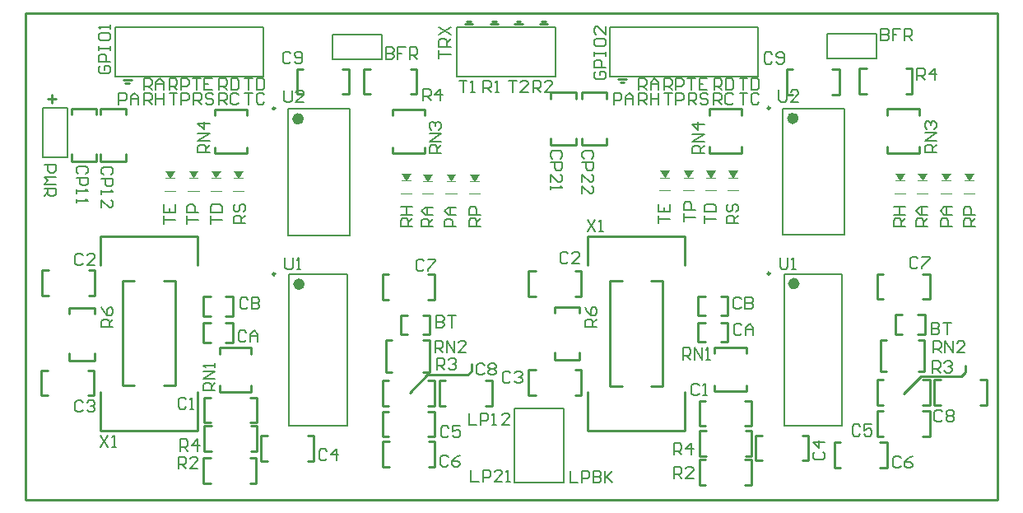
<source format=gto>
%FSLAX25Y25*%
%MOIN*%
G70*
G01*
G75*
G04 Layer_Color=65535*
%ADD10R,0.03937X0.03150*%
%ADD11R,0.02756X0.02559*%
%ADD12R,0.02756X0.01969*%
%ADD13R,0.02559X0.02756*%
%ADD14R,0.01969X0.02756*%
%ADD15R,0.05118X0.03543*%
%ADD16R,0.03543X0.05118*%
%ADD17R,0.04921X0.05906*%
%ADD18R,0.05906X0.04921*%
%ADD19O,0.11221X0.02362*%
%ADD20O,0.09843X0.02362*%
%ADD21R,0.08268X0.22047*%
%ADD22R,0.02362X0.05512*%
%ADD23C,0.02362*%
%ADD24C,0.01969*%
%ADD25C,0.01000*%
%ADD26C,0.01181*%
%ADD27C,0.19685*%
%ADD28R,0.05906X0.08268*%
%ADD29O,0.05906X0.08268*%
%ADD30R,0.08268X0.05906*%
%ADD31O,0.08268X0.05906*%
%ADD32C,0.02756*%
%ADD33C,0.03150*%
%ADD34C,0.02165*%
%ADD35C,0.00984*%
%ADD36C,0.00787*%
G36*
X551968Y419882D02*
X547244D01*
Y420275D01*
X551968D01*
Y419882D01*
D02*
G37*
G36*
X561024D02*
X556299D01*
Y420275D01*
X561024D01*
Y419882D01*
D02*
G37*
G36*
X533465D02*
X528740D01*
Y420275D01*
X533465D01*
Y419882D01*
D02*
G37*
G36*
X542913D02*
X538189D01*
Y420275D01*
X542913D01*
Y419882D01*
D02*
G37*
G36*
X752362Y420079D02*
X747638D01*
Y420472D01*
X752362D01*
Y420079D01*
D02*
G37*
G36*
X761417D02*
X756693D01*
Y420472D01*
X761417D01*
Y420079D01*
D02*
G37*
G36*
X733858D02*
X729134D01*
Y420472D01*
X733858D01*
Y420079D01*
D02*
G37*
G36*
X743307D02*
X738583D01*
Y420472D01*
X743307D01*
Y420079D01*
D02*
G37*
G36*
X656693Y418701D02*
X651968D01*
Y419094D01*
X656693D01*
Y418701D01*
D02*
G37*
G36*
X829134Y418898D02*
X824409D01*
Y419291D01*
X829134D01*
Y418898D01*
D02*
G37*
G36*
X637795Y418701D02*
X633071D01*
Y419094D01*
X637795D01*
Y418701D01*
D02*
G37*
G36*
X647244D02*
X642520D01*
Y419094D01*
X647244D01*
Y418701D01*
D02*
G37*
G36*
X857087Y418898D02*
X852362D01*
Y419291D01*
X857087D01*
Y418898D01*
D02*
G37*
G36*
X629134Y418898D02*
X624409D01*
Y419291D01*
X629134D01*
Y418898D01*
D02*
G37*
G36*
X838189Y418898D02*
X833465D01*
Y419291D01*
X838189D01*
Y418898D01*
D02*
G37*
G36*
X847638D02*
X842913D01*
Y419291D01*
X847638D01*
Y418898D01*
D02*
G37*
G36*
X549852Y425394D02*
X551575D01*
Y425000D01*
X547638D01*
Y425394D01*
X549360D01*
X547638Y428150D01*
X551575D01*
X549852Y425394D01*
D02*
G37*
G36*
X558908D02*
X560630D01*
Y425000D01*
X556693D01*
Y425394D01*
X558415D01*
X556693Y428150D01*
X560630D01*
X558908Y425394D01*
D02*
G37*
G36*
X531348D02*
X533071D01*
Y425000D01*
X529134D01*
Y425394D01*
X530856D01*
X529134Y428150D01*
X533071D01*
X531348Y425394D01*
D02*
G37*
G36*
X540797D02*
X542520D01*
Y425000D01*
X538583D01*
Y425394D01*
X540305D01*
X538583Y428150D01*
X542520D01*
X540797Y425394D01*
D02*
G37*
G36*
X750246Y425591D02*
X751968D01*
Y425197D01*
X748032D01*
Y425591D01*
X749754D01*
X748032Y428346D01*
X751968D01*
X750246Y425591D01*
D02*
G37*
G36*
X759301D02*
X761024D01*
Y425197D01*
X757087D01*
Y425591D01*
X758809D01*
X757087Y428346D01*
X761024D01*
X759301Y425591D01*
D02*
G37*
G36*
X731742D02*
X733465D01*
Y425197D01*
X729528D01*
Y425591D01*
X731250D01*
X729528Y428346D01*
X733465D01*
X731742Y425591D01*
D02*
G37*
G36*
X741191D02*
X742913D01*
Y425197D01*
X738976D01*
Y425591D01*
X740699D01*
X738976Y428346D01*
X742913D01*
X741191Y425591D01*
D02*
G37*
G36*
X654577Y424213D02*
X656299D01*
Y423819D01*
X652362D01*
Y424213D01*
X654085D01*
X652362Y426968D01*
X656299D01*
X654577Y424213D01*
D02*
G37*
G36*
X827018Y424409D02*
X828740D01*
Y424016D01*
X824803D01*
Y424409D01*
X826526D01*
X824803Y427165D01*
X828740D01*
X827018Y424409D01*
D02*
G37*
G36*
X635679Y424213D02*
X637402D01*
Y423819D01*
X633465D01*
Y424213D01*
X635187D01*
X633465Y426968D01*
X637402D01*
X635679Y424213D01*
D02*
G37*
G36*
X645128D02*
X646850D01*
Y423819D01*
X642913D01*
Y424213D01*
X644636D01*
X642913Y426968D01*
X646850D01*
X645128Y424213D01*
D02*
G37*
G36*
X854970Y424409D02*
X856693D01*
Y424016D01*
X852756D01*
Y424409D01*
X854478D01*
X852756Y427165D01*
X856693D01*
X854970Y424409D01*
D02*
G37*
G36*
X627018Y424409D02*
X628740D01*
Y424016D01*
X624803D01*
Y424409D01*
X626526D01*
X624803Y427165D01*
X628740D01*
X627018Y424409D01*
D02*
G37*
G36*
X836073Y424409D02*
X837795D01*
Y424016D01*
X833858D01*
Y424409D01*
X835581D01*
X833858Y427165D01*
X837795D01*
X836073Y424409D01*
D02*
G37*
G36*
X845522D02*
X847244D01*
Y424016D01*
X843307D01*
Y424409D01*
X845030D01*
X843307Y427165D01*
X847244D01*
X845522Y424409D01*
D02*
G37*
D23*
X584350Y382480D02*
G03*
X584350Y382480I-1181J0D01*
G01*
X583957Y449409D02*
G03*
X583957Y449409I-1181J0D01*
G01*
X784350Y449606D02*
G03*
X784350Y449606I-1181J0D01*
G01*
X784744Y382677D02*
G03*
X784744Y382677I-1181J0D01*
G01*
D25*
X561909Y450689D02*
Y453150D01*
X549114D02*
X561909D01*
X549114Y450689D02*
Y453150D01*
Y435433D02*
Y437894D01*
Y435433D02*
X561909D01*
Y437894D01*
X762303Y450886D02*
Y453346D01*
X749508D02*
X762303D01*
X749508Y450886D02*
Y453346D01*
Y435630D02*
Y438091D01*
Y435630D02*
X762303D01*
Y438091D01*
X621161Y435433D02*
Y437894D01*
Y435433D02*
X633957D01*
Y437894D01*
Y450689D02*
Y453150D01*
X621161D02*
X633957D01*
X621161Y450689D02*
Y453150D01*
X821555Y435630D02*
Y438091D01*
Y435630D02*
X834350D01*
Y438091D01*
Y450886D02*
Y453346D01*
X821555D02*
X834350D01*
X821555Y450886D02*
Y453346D01*
X618307Y359744D02*
X620768D01*
X618307Y346949D02*
Y359744D01*
Y346949D02*
X620768D01*
X633563D02*
X636024D01*
Y359744D01*
X633563D02*
X636024D01*
X818701Y359941D02*
X821161D01*
X818701Y347146D02*
Y359941D01*
Y347146D02*
X821161D01*
X833957D02*
X836417D01*
Y359941D01*
X833957D02*
X836417D01*
X563878Y354232D02*
Y356693D01*
X551083D02*
X563878D01*
X551083Y354232D02*
Y356693D01*
Y338976D02*
Y341437D01*
Y338976D02*
X563878D01*
Y341437D01*
X764272Y354429D02*
Y356890D01*
X751476D02*
X764272D01*
X751476Y354429D02*
Y356890D01*
Y339173D02*
Y341634D01*
Y339173D02*
X764272D01*
Y341634D01*
X490158Y372835D02*
X500394D01*
X490158Y351575D02*
X500394D01*
X490158D02*
Y354331D01*
X500394Y351575D02*
Y354331D01*
Y370472D02*
Y372835D01*
X490158Y370472D02*
Y372835D01*
X686614Y373228D02*
X696850D01*
X686614Y351968D02*
X696850D01*
X686614D02*
Y354724D01*
X696850Y351968D02*
Y354724D01*
Y370866D02*
Y373228D01*
X686614Y370866D02*
Y373228D01*
X565748Y301969D02*
Y312205D01*
X544488Y301969D02*
Y312205D01*
X547244D01*
X544488Y301969D02*
X547244D01*
X563386D02*
X565748D01*
X563386Y312205D02*
X565748D01*
X745276Y301181D02*
Y311417D01*
X766535Y301181D02*
Y311417D01*
X763779Y301181D02*
X766535D01*
X763779Y311417D02*
X766535D01*
X745276D02*
X747638D01*
X745276Y301181D02*
X747638D01*
X616929Y333268D02*
Y343504D01*
X638189Y333268D02*
Y343504D01*
X635433Y333268D02*
X638189D01*
X635433Y343504D02*
X638189D01*
X616929D02*
X619291D01*
X616929Y333268D02*
X619291D01*
X817323Y333465D02*
Y343701D01*
X838583Y333465D02*
Y343701D01*
X835827Y333465D02*
X838583D01*
X835827Y343701D02*
X838583D01*
X817323D02*
X819685D01*
X817323Y333465D02*
X819685D01*
X697638Y438976D02*
X707874D01*
X697638Y460236D02*
X707874D01*
Y457480D02*
Y460236D01*
X697638Y457480D02*
Y460236D01*
Y438976D02*
Y441339D01*
X707874Y438976D02*
Y441339D01*
X685039Y438976D02*
X695276D01*
X685039Y460236D02*
X695276D01*
Y457480D02*
Y460236D01*
X685039Y457480D02*
Y460236D01*
Y438976D02*
Y441339D01*
X695276Y438976D02*
Y441339D01*
X502756Y453543D02*
X512992D01*
X502756Y432283D02*
X512992D01*
X502756D02*
Y435039D01*
X512992Y432283D02*
Y435039D01*
Y451181D02*
Y453543D01*
X502756Y451181D02*
Y453543D01*
X490945D02*
X501181D01*
X490945Y432283D02*
X501181D01*
X490945D02*
Y435039D01*
X501181Y432283D02*
Y435039D01*
Y451181D02*
Y453543D01*
X490945Y451181D02*
Y453543D01*
X640158Y333268D02*
Y343504D01*
X661417Y333268D02*
Y343504D01*
X658661Y333268D02*
X661417D01*
X658661Y343504D02*
X661417D01*
X640158D02*
X642520D01*
X640158Y333268D02*
X642520D01*
X840551Y333465D02*
Y343701D01*
X861811Y333465D02*
Y343701D01*
X859055Y333465D02*
X861811D01*
X859055Y343701D02*
X861811D01*
X840551D02*
X842913D01*
X840551Y333465D02*
X842913D01*
X616929Y376181D02*
Y386417D01*
X638189Y376181D02*
Y386417D01*
X635433Y376181D02*
X638189D01*
X635433Y386417D02*
X638189D01*
X616929D02*
X619291D01*
X616929Y376181D02*
X619291D01*
X817323Y376378D02*
Y386614D01*
X838583Y376378D02*
Y386614D01*
X835827Y376378D02*
X838583D01*
X835827Y386614D02*
X838583D01*
X817323D02*
X819685D01*
X817323Y376378D02*
X819685D01*
X638189Y308465D02*
Y318701D01*
X616929Y308465D02*
Y318701D01*
X619685D01*
X616929Y308465D02*
X619685D01*
X635827D02*
X638189D01*
X635827Y318701D02*
X638189D01*
X800000Y308268D02*
Y318504D01*
X821260Y308268D02*
Y318504D01*
X818504Y308268D02*
X821260D01*
X818504Y318504D02*
X821260D01*
X800000D02*
X802362D01*
X800000Y308268D02*
X802362D01*
X616929Y320669D02*
Y330905D01*
X638189Y320669D02*
Y330905D01*
X635433Y320669D02*
X638189D01*
X635433Y330905D02*
X638189D01*
X616929D02*
X619291D01*
X616929Y320669D02*
X619291D01*
X817323Y320866D02*
Y331102D01*
X838583Y320866D02*
Y331102D01*
X835827Y320866D02*
X838583D01*
X835827Y331102D02*
X838583D01*
X817323D02*
X819685D01*
X817323Y320866D02*
X819685D01*
X588976Y310827D02*
Y321063D01*
X567717Y310827D02*
Y321063D01*
X570472D01*
X567717Y310827D02*
X570472D01*
X586614D02*
X588976D01*
X586614Y321063D02*
X588976D01*
X789370Y311023D02*
Y321260D01*
X768110Y311023D02*
Y321260D01*
X770866D01*
X768110Y311023D02*
X770866D01*
X787008D02*
X789370D01*
X787008Y321260D02*
X789370D01*
X500000Y337402D02*
Y347638D01*
X478740Y337402D02*
Y347638D01*
X481496D01*
X478740Y337402D02*
X481496D01*
X497638D02*
X500000D01*
X497638Y347638D02*
X500000D01*
X697441Y337441D02*
Y347677D01*
X676181Y337441D02*
Y347677D01*
X678937D01*
X676181Y337441D02*
X678937D01*
X695079D02*
X697441D01*
X695079Y347677D02*
X697441D01*
X500394Y377953D02*
Y388189D01*
X479134Y377953D02*
Y388189D01*
X481890D01*
X479134Y377953D02*
X481890D01*
X498032D02*
X500394D01*
X498032Y388189D02*
X500394D01*
X697441Y377441D02*
Y387677D01*
X676181Y377441D02*
Y387677D01*
X678937D01*
X676181Y377441D02*
X678937D01*
X695079D02*
X697441D01*
X695079Y387677D02*
X697441D01*
X544882Y326378D02*
Y336614D01*
X566142Y326378D02*
Y336614D01*
X563386Y326378D02*
X566142D01*
X563386Y336614D02*
X566142D01*
X544882D02*
X547244D01*
X544882Y326378D02*
X547244D01*
X745276Y325000D02*
Y335236D01*
X766535Y325000D02*
Y335236D01*
X763779Y325000D02*
X766535D01*
X763779Y335236D02*
X766535D01*
X745276D02*
X747638D01*
X745276Y325000D02*
X747638D01*
X780709Y459252D02*
Y469488D01*
X801968Y459252D02*
Y469488D01*
X799213Y459252D02*
X801968D01*
X799213Y469488D02*
X801968D01*
X780709D02*
X783071D01*
X780709Y459252D02*
X783071D01*
X831496Y459547D02*
Y469783D01*
X810236Y459547D02*
Y469783D01*
X812992D01*
X810236Y459547D02*
X812992D01*
X829134D02*
X831496D01*
X829134Y469783D02*
X831496D01*
X582283Y459350D02*
Y469587D01*
X603543Y459350D02*
Y469587D01*
X600787Y459350D02*
X603543D01*
X600787Y469587D02*
X603543D01*
X582283D02*
X584646D01*
X582283Y459350D02*
X584646D01*
X630709D02*
Y469587D01*
X609449Y459350D02*
Y469587D01*
X612205D01*
X609449Y459350D02*
X612205D01*
X628346D02*
X630709D01*
X628346Y469587D02*
X630709D01*
X533071Y341339D02*
Y383858D01*
X528346D02*
X533071D01*
X528346Y341339D02*
X533071D01*
X511811D02*
X516535D01*
X511811D02*
Y383858D01*
X516535D01*
X542126Y390158D02*
Y401968D01*
X502756D02*
X542126D01*
X502756Y390158D02*
Y401968D01*
Y323228D02*
Y338976D01*
Y323228D02*
X542126D01*
Y338976D01*
X544488Y366732D02*
X547244D01*
X544488Y358858D02*
X547244D01*
X553543D02*
X556299D01*
X553543Y366732D02*
X556299D01*
Y358858D02*
Y366732D01*
X544488Y358858D02*
Y366732D01*
X483071Y455905D02*
Y459055D01*
X481496Y457480D02*
X484646D01*
X680709Y487795D02*
X683858D01*
X681496Y488976D02*
X683071D01*
X660630Y487795D02*
X663779D01*
X661417Y488976D02*
X662992D01*
X670472Y487795D02*
X673622D01*
X671260Y488976D02*
X672835D01*
X651181Y488976D02*
X652756D01*
X650394Y487795D02*
X653543D01*
X635039Y345669D02*
X638386D01*
X627953Y338583D02*
X635039Y345669D01*
X638386D02*
X651476D01*
X653051Y347244D01*
Y350000D01*
X853051Y346850D02*
Y349606D01*
X851476Y345276D02*
X853051Y346850D01*
X838386Y345276D02*
X851476D01*
X827953Y338189D02*
X835039Y345276D01*
X838386D01*
X553543Y369488D02*
X556299D01*
X553543Y377362D02*
X556299D01*
X544488D02*
X547244D01*
X544488Y369488D02*
X547244D01*
X544488D02*
Y377362D01*
X556299Y369488D02*
Y377362D01*
X633465Y362008D02*
X636221D01*
X633465Y369882D02*
X636221D01*
X624409D02*
X627165D01*
X624409Y362008D02*
X627165D01*
X624409D02*
Y369882D01*
X636221Y362008D02*
Y369882D01*
X753937Y369685D02*
X756693D01*
X753937Y377559D02*
X756693D01*
X744882D02*
X747638D01*
X744882Y369685D02*
X747638D01*
X744882D02*
Y377559D01*
X756693Y369685D02*
Y377559D01*
X744882Y366929D02*
X747638D01*
X744882Y359055D02*
X747638D01*
X753937D02*
X756693D01*
X753937Y366929D02*
X756693D01*
Y359055D02*
Y366929D01*
X744882Y359055D02*
Y366929D01*
X730441Y341299D02*
Y383819D01*
X725716D02*
X730441D01*
X725716Y341299D02*
X730441D01*
X709181D02*
X713905D01*
X709181D02*
Y383819D01*
X713905D01*
X739496Y390118D02*
Y401929D01*
X700126D02*
X739496D01*
X700126Y390118D02*
Y401929D01*
Y323189D02*
Y338937D01*
Y323189D02*
X739496D01*
Y338937D01*
X833858Y362205D02*
X836614D01*
X833858Y370079D02*
X836614D01*
X824803D02*
X827559D01*
X824803Y362205D02*
X827559D01*
X824803D02*
Y370079D01*
X836614Y362205D02*
Y370079D01*
X712520Y465453D02*
X715669D01*
X512894Y463878D02*
X514468D01*
X512106Y465059D02*
X515256D01*
X713307Y464272D02*
X714882D01*
X472441Y295276D02*
Y492126D01*
Y295276D02*
X866142D01*
Y492126D01*
X472441D02*
X866142D01*
X764173Y323228D02*
X766535D01*
X764173Y312992D02*
X766535D01*
X745276D02*
X748032D01*
X745276Y323228D02*
X748032D01*
X745276Y312992D02*
Y323228D01*
X766535Y312992D02*
Y323228D01*
X563779Y325197D02*
X566142D01*
X563779Y314961D02*
X566142D01*
X544882D02*
X547638D01*
X544882Y325197D02*
X547638D01*
X544882Y314961D02*
Y325197D01*
X566142Y314961D02*
Y325197D01*
D35*
X573524Y386555D02*
G03*
X573524Y386555I-492J0D01*
G01*
Y453602D02*
G03*
X573524Y453602I-492J0D01*
G01*
X773917Y453799D02*
G03*
X773917Y453799I-492J0D01*
G01*
Y386752D02*
G03*
X773917Y386752I-492J0D01*
G01*
D36*
X579232Y325000D02*
Y386417D01*
X602658Y325000D02*
Y386417D01*
X579232D02*
X602658D01*
X579232Y325000D02*
X602658D01*
X578839Y402165D02*
Y453346D01*
X603839Y402165D02*
Y453346D01*
X578839D02*
X603839D01*
X578839Y402165D02*
X603839D01*
X616575Y473543D02*
Y483543D01*
X596575Y473543D02*
X616575D01*
X596575D02*
Y483543D01*
X616575D01*
X709094Y486654D02*
X769095D01*
X709094Y466653D02*
Y486654D01*
Y466653D02*
X769095D01*
Y486654D01*
X479252Y453819D02*
X489252D01*
Y433819D02*
Y453819D01*
X479252Y433819D02*
X489252D01*
X479252D02*
Y453819D01*
X779232Y402362D02*
Y453543D01*
X804232Y402362D02*
Y453543D01*
X779232D02*
X804232D01*
X779232Y402362D02*
X804232D01*
X779626Y325197D02*
Y386614D01*
X803051Y325197D02*
Y386614D01*
X779626D02*
X803051D01*
X779626Y325197D02*
X803051D01*
X670433Y302087D02*
X690433D01*
X670433Y332087D02*
X690433D01*
Y302087D02*
Y332087D01*
X670433Y302087D02*
Y332087D01*
Y302087D02*
Y321253D01*
X816969Y473740D02*
Y483740D01*
X796969Y473740D02*
X816969D01*
X796969D02*
Y483740D01*
X816969D01*
X647047Y466653D02*
X687047D01*
X647047Y486654D02*
X687047D01*
X647047Y466653D02*
Y486654D01*
X687047Y466653D02*
Y486654D01*
X508701Y486457D02*
X568701D01*
X508701Y466457D02*
Y486457D01*
Y466457D02*
X568701D01*
Y486457D01*
X833563Y465158D02*
Y469880D01*
X835924D01*
X836712Y469093D01*
Y467519D01*
X835924Y466732D01*
X833563D01*
X835137D02*
X836712Y465158D01*
X840647D02*
Y469880D01*
X838286Y467519D01*
X841434D01*
X633465Y456890D02*
Y461613D01*
X635826D01*
X636613Y460825D01*
Y459251D01*
X635826Y458464D01*
X633465D01*
X635039D02*
X636613Y456890D01*
X640549D02*
Y461613D01*
X638187Y459251D01*
X641336D01*
X774901Y475589D02*
X774113Y476376D01*
X772539D01*
X771752Y475589D01*
Y472441D01*
X772539Y471654D01*
X774113D01*
X774901Y472441D01*
X776475D02*
X777262Y471654D01*
X778836D01*
X779623Y472441D01*
Y475589D01*
X778836Y476376D01*
X777262D01*
X776475Y475589D01*
Y474802D01*
X777262Y474015D01*
X779623D01*
X579723Y475786D02*
X578936Y476573D01*
X577362D01*
X576575Y475786D01*
Y472638D01*
X577362Y471850D01*
X578936D01*
X579723Y472638D01*
X581298D02*
X582085Y471850D01*
X583659D01*
X584446Y472638D01*
Y475786D01*
X583659Y476573D01*
X582085D01*
X581298Y475786D01*
Y474999D01*
X582085Y474212D01*
X584446D01*
X701770Y433269D02*
X702558Y434056D01*
Y435630D01*
X701770Y436417D01*
X698622D01*
X697835Y435630D01*
Y434056D01*
X698622Y433269D01*
X697835Y431694D02*
X702558D01*
Y429333D01*
X701770Y428546D01*
X700196D01*
X699409Y429333D01*
Y431694D01*
X697835Y423823D02*
Y426972D01*
X700983Y423823D01*
X701770D01*
X702558Y424610D01*
Y426184D01*
X701770Y426972D01*
X697835Y419100D02*
Y422249D01*
X700983Y419100D01*
X701770D01*
X702558Y419887D01*
Y421461D01*
X701770Y422249D01*
X688975Y433269D02*
X689762Y434056D01*
Y435630D01*
X688975Y436417D01*
X685826D01*
X685039Y435630D01*
Y434056D01*
X685826Y433269D01*
X685039Y431694D02*
X689762D01*
Y429333D01*
X688975Y428546D01*
X687401D01*
X686614Y429333D01*
Y431694D01*
X685039Y423823D02*
Y426972D01*
X688188Y423823D01*
X688975D01*
X689762Y424610D01*
Y426184D01*
X688975Y426972D01*
X685039Y422249D02*
Y420674D01*
Y421461D01*
X689762D01*
X688975Y422249D01*
X507085Y426773D02*
X507872Y427560D01*
Y429134D01*
X507085Y429921D01*
X503937D01*
X503150Y429134D01*
Y427560D01*
X503937Y426773D01*
X503150Y425198D02*
X507872D01*
Y422837D01*
X507085Y422050D01*
X505511D01*
X504724Y422837D01*
Y425198D01*
X503150Y420475D02*
Y418901D01*
Y419688D01*
X507872D01*
X507085Y420475D01*
X503150Y413391D02*
Y416540D01*
X506298Y413391D01*
X507085D01*
X507872Y414178D01*
Y415753D01*
X507085Y416540D01*
X496849Y427166D02*
X497636Y427953D01*
Y429528D01*
X496849Y430315D01*
X493701D01*
X492913Y429528D01*
Y427953D01*
X493701Y427166D01*
X492913Y425592D02*
X497636D01*
Y423231D01*
X496849Y422443D01*
X495275D01*
X494488Y423231D01*
Y425592D01*
X492913Y420869D02*
Y419295D01*
Y420082D01*
X497636D01*
X496849Y420869D01*
X492913Y416933D02*
Y415359D01*
Y416146D01*
X497636D01*
X496849Y416933D01*
X479921Y430709D02*
X484644D01*
Y428347D01*
X483857Y427560D01*
X482283D01*
X481496Y428347D01*
Y430709D01*
X484644Y425986D02*
X479921D01*
X481496Y424411D01*
X479921Y422837D01*
X484644D01*
X479921Y421263D02*
X484644D01*
Y418901D01*
X483857Y418114D01*
X482283D01*
X481496Y418901D01*
Y421263D01*
Y419689D02*
X479921Y418114D01*
X703446Y468601D02*
X702659Y467814D01*
Y466240D01*
X703446Y465453D01*
X706595D01*
X707382Y466240D01*
Y467814D01*
X706595Y468601D01*
X705020D01*
Y467027D01*
X707382Y470176D02*
X702659D01*
Y472537D01*
X703446Y473324D01*
X705020D01*
X705808Y472537D01*
Y470176D01*
X702659Y474898D02*
Y476473D01*
Y475686D01*
X707382D01*
Y474898D01*
Y476473D01*
X702659Y481196D02*
Y479621D01*
X703446Y478834D01*
X706595D01*
X707382Y479621D01*
Y481196D01*
X706595Y481983D01*
X703446D01*
X702659Y481196D01*
X707382Y486706D02*
Y483557D01*
X704233Y486706D01*
X703446D01*
X702659Y485919D01*
Y484344D01*
X703446Y483557D01*
X502757Y470865D02*
X501970Y470078D01*
Y468504D01*
X502757Y467717D01*
X505906D01*
X506693Y468504D01*
Y470078D01*
X505906Y470865D01*
X504331D01*
Y469291D01*
X506693Y472439D02*
X501970D01*
Y474801D01*
X502757Y475588D01*
X504331D01*
X505119Y474801D01*
Y472439D01*
X501970Y477162D02*
Y478737D01*
Y477949D01*
X506693D01*
Y477162D01*
Y478737D01*
X501970Y483460D02*
Y481885D01*
X502757Y481098D01*
X505906D01*
X506693Y481885D01*
Y483460D01*
X505906Y484247D01*
X502757D01*
X501970Y483460D01*
X506693Y485821D02*
Y487395D01*
Y486608D01*
X501970D01*
X502757Y485821D01*
X639864Y473917D02*
Y477066D01*
Y475492D01*
X644587D01*
Y478640D02*
X639864D01*
Y481002D01*
X640651Y481789D01*
X642225D01*
X643012Y481002D01*
Y478640D01*
Y480215D02*
X644587Y481789D01*
X639864Y483363D02*
X644587Y486512D01*
X639864D02*
X644587Y483363D01*
X537401Y335825D02*
X536613Y336613D01*
X535039D01*
X534252Y335825D01*
Y332677D01*
X535039Y331890D01*
X536613D01*
X537401Y332677D01*
X538975Y331890D02*
X540549D01*
X539762D01*
Y336613D01*
X538975Y335825D01*
X745275Y341337D02*
X744487Y342124D01*
X742913D01*
X742126Y341337D01*
Y338189D01*
X742913Y337402D01*
X744487D01*
X745275Y338189D01*
X746849Y337402D02*
X748423D01*
X747636D01*
Y342124D01*
X746849Y341337D01*
X495668Y394093D02*
X494881Y394880D01*
X493307D01*
X492520Y394093D01*
Y390945D01*
X493307Y390158D01*
X494881D01*
X495668Y390945D01*
X500391Y390158D02*
X497243D01*
X500391Y393306D01*
Y394093D01*
X499604Y394880D01*
X498030D01*
X497243Y394093D01*
X692125Y394684D02*
X691338Y395471D01*
X689763D01*
X688976Y394684D01*
Y391535D01*
X689763Y390748D01*
X691338D01*
X692125Y391535D01*
X696848Y390748D02*
X693699D01*
X696848Y393897D01*
Y394684D01*
X696061Y395471D01*
X694486D01*
X693699Y394684D01*
X495668Y334644D02*
X494881Y335432D01*
X493307D01*
X492520Y334644D01*
Y331496D01*
X493307Y330709D01*
X494881D01*
X495668Y331496D01*
X497243Y334644D02*
X498030Y335432D01*
X499604D01*
X500391Y334644D01*
Y333857D01*
X499604Y333070D01*
X498817D01*
X499604D01*
X500391Y332283D01*
Y331496D01*
X499604Y330709D01*
X498030D01*
X497243Y331496D01*
X668897Y346455D02*
X668110Y347243D01*
X666535D01*
X665748Y346455D01*
Y343307D01*
X666535Y342520D01*
X668110D01*
X668897Y343307D01*
X670471Y346455D02*
X671258Y347243D01*
X672832D01*
X673620Y346455D01*
Y345668D01*
X672832Y344881D01*
X672045D01*
X672832D01*
X673620Y344094D01*
Y343307D01*
X672832Y342520D01*
X671258D01*
X670471Y343307D01*
X594487Y314959D02*
X593700Y315746D01*
X592126D01*
X591339Y314959D01*
Y311811D01*
X592126Y311024D01*
X593700D01*
X594487Y311811D01*
X598423Y311024D02*
Y315746D01*
X596062Y313385D01*
X599210D01*
X792127Y314566D02*
X791340Y313779D01*
Y312205D01*
X792127Y311417D01*
X795276D01*
X796063Y312205D01*
Y313779D01*
X795276Y314566D01*
X796063Y318502D02*
X791340D01*
X793702Y316140D01*
Y319289D01*
X643798Y324310D02*
X643011Y325097D01*
X641437D01*
X640650Y324310D01*
Y321161D01*
X641437Y320374D01*
X643011D01*
X643798Y321161D01*
X648521Y325097D02*
X645372D01*
Y322736D01*
X646947Y323523D01*
X647734D01*
X648521Y322736D01*
Y321161D01*
X647734Y320374D01*
X646160D01*
X645372Y321161D01*
X810432Y324900D02*
X809645Y325687D01*
X808071D01*
X807283Y324900D01*
Y321752D01*
X808071Y320965D01*
X809645D01*
X810432Y321752D01*
X815155Y325687D02*
X812006D01*
Y323326D01*
X813581Y324113D01*
X814368D01*
X815155Y323326D01*
Y321752D01*
X814368Y320965D01*
X812794D01*
X812006Y321752D01*
X643601Y312499D02*
X642814Y313286D01*
X641240D01*
X640453Y312499D01*
Y309350D01*
X641240Y308563D01*
X642814D01*
X643601Y309350D01*
X648324Y313286D02*
X646750Y312499D01*
X645176Y310924D01*
Y309350D01*
X645963Y308563D01*
X647537D01*
X648324Y309350D01*
Y310137D01*
X647537Y310924D01*
X645176D01*
X826968Y312007D02*
X826180Y312794D01*
X824606D01*
X823819Y312007D01*
Y308858D01*
X824606Y308071D01*
X826180D01*
X826968Y308858D01*
X831690Y312794D02*
X830116Y312007D01*
X828542Y310432D01*
Y308858D01*
X829329Y308071D01*
X830903D01*
X831690Y308858D01*
Y309645D01*
X830903Y310432D01*
X828542D01*
X633759Y391731D02*
X632972Y392518D01*
X631398D01*
X630611Y391731D01*
Y388582D01*
X631398Y387795D01*
X632972D01*
X633759Y388582D01*
X635334Y392518D02*
X638482D01*
Y391731D01*
X635334Y388582D01*
Y387795D01*
X833857Y392715D02*
X833070Y393502D01*
X831496D01*
X830709Y392715D01*
Y389567D01*
X831496Y388779D01*
X833070D01*
X833857Y389567D01*
X835431Y393502D02*
X838580D01*
Y392715D01*
X835431Y389567D01*
Y388779D01*
X658267Y349605D02*
X657480Y350392D01*
X655905D01*
X655118Y349605D01*
Y346456D01*
X655905Y345669D01*
X657480D01*
X658267Y346456D01*
X659841Y349605D02*
X660628Y350392D01*
X662202D01*
X662990Y349605D01*
Y348818D01*
X662202Y348031D01*
X662990Y347244D01*
Y346456D01*
X662202Y345669D01*
X660628D01*
X659841Y346456D01*
Y347244D01*
X660628Y348031D01*
X659841Y348818D01*
Y349605D01*
X660628Y348031D02*
X662202D01*
X843700Y330707D02*
X842913Y331494D01*
X841338D01*
X840551Y330707D01*
Y327559D01*
X841338Y326772D01*
X842913D01*
X843700Y327559D01*
X845274Y330707D02*
X846061Y331494D01*
X847635D01*
X848423Y330707D01*
Y329920D01*
X847635Y329133D01*
X848423Y328346D01*
Y327559D01*
X847635Y326772D01*
X846061D01*
X845274Y327559D01*
Y328346D01*
X846061Y329133D01*
X845274Y329920D01*
Y330707D01*
X846061Y329133D02*
X847635D01*
X629134Y405905D02*
X624411D01*
Y408267D01*
X625198Y409054D01*
X626772D01*
X627560Y408267D01*
Y405905D01*
Y407480D02*
X629134Y409054D01*
X624411Y410628D02*
X629134D01*
X626772D01*
Y413777D01*
X624411D01*
X629134D01*
X828740Y405905D02*
X824017D01*
Y408267D01*
X824804Y409054D01*
X826379D01*
X827166Y408267D01*
Y405905D01*
Y407480D02*
X828740Y409054D01*
X824017Y410628D02*
X828740D01*
X826379D01*
Y413777D01*
X824017D01*
X828740D01*
X637402Y405709D02*
X632679D01*
Y408070D01*
X633466Y408857D01*
X635040D01*
X635827Y408070D01*
Y405709D01*
Y407283D02*
X637402Y408857D01*
Y410431D02*
X634253D01*
X632679Y412006D01*
X634253Y413580D01*
X637402D01*
X635040D01*
Y410431D01*
X837795Y405905D02*
X833072D01*
Y408267D01*
X833860Y409054D01*
X835434D01*
X836221Y408267D01*
Y405905D01*
Y407480D02*
X837795Y409054D01*
Y410628D02*
X834647D01*
X833072Y412203D01*
X834647Y413777D01*
X837795D01*
X835434D01*
Y410628D01*
X646850Y405709D02*
X642128D01*
Y408070D01*
X642915Y408857D01*
X644489D01*
X645276Y408070D01*
Y405709D01*
X646850Y410431D02*
X643702D01*
X642128Y412006D01*
X643702Y413580D01*
X646850D01*
X644489D01*
Y410431D01*
X847638Y405905D02*
X842915D01*
Y408267D01*
X843702Y409054D01*
X845276D01*
X846064Y408267D01*
Y405905D01*
X847638Y410628D02*
X844489D01*
X842915Y412203D01*
X844489Y413777D01*
X847638D01*
X845276D01*
Y410628D01*
X656693Y405905D02*
X651970D01*
Y408267D01*
X652757Y409054D01*
X654331D01*
X655119Y408267D01*
Y405905D01*
Y407480D02*
X656693Y409054D01*
Y410628D02*
X651970D01*
Y412990D01*
X652757Y413777D01*
X654331D01*
X655119Y412990D01*
Y410628D01*
X857087Y405905D02*
X852364D01*
Y408267D01*
X853151Y409054D01*
X854725D01*
X855512Y408267D01*
Y405905D01*
Y407480D02*
X857087Y409054D01*
Y410628D02*
X852364D01*
Y412990D01*
X853151Y413777D01*
X854725D01*
X855512Y412990D01*
Y410628D01*
X561417Y407087D02*
X556694D01*
Y409448D01*
X557482Y410235D01*
X559056D01*
X559843Y409448D01*
Y407087D01*
Y408661D02*
X561417Y410235D01*
X557482Y414958D02*
X556694Y414171D01*
Y412597D01*
X557482Y411809D01*
X558269D01*
X559056Y412597D01*
Y414171D01*
X559843Y414958D01*
X560630D01*
X561417Y414171D01*
Y412597D01*
X560630Y411809D01*
X761024Y407087D02*
X756301D01*
Y409448D01*
X757088Y410235D01*
X758662D01*
X759449Y409448D01*
Y407087D01*
Y408661D02*
X761024Y410235D01*
X757088Y414958D02*
X756301Y414171D01*
Y412597D01*
X757088Y411809D01*
X757875D01*
X758662Y412597D01*
Y414171D01*
X759449Y414958D01*
X760237D01*
X761024Y414171D01*
Y412597D01*
X760237Y411809D01*
X547246Y406890D02*
Y410038D01*
Y408464D01*
X551968D01*
X547246Y411613D02*
X551968D01*
Y413974D01*
X551181Y414761D01*
X548033D01*
X547246Y413974D01*
Y411613D01*
X747246Y407087D02*
Y410235D01*
Y408661D01*
X751968D01*
X747246Y411809D02*
X751968D01*
Y414171D01*
X751181Y414958D01*
X748033D01*
X747246Y414171D01*
Y411809D01*
X537797Y406890D02*
Y410038D01*
Y408464D01*
X542520D01*
Y411613D02*
X537797D01*
Y413974D01*
X538584Y414761D01*
X540158D01*
X540945Y413974D01*
Y411613D01*
X738978Y407874D02*
Y411023D01*
Y409448D01*
X743701D01*
Y412597D02*
X738978D01*
Y414958D01*
X739765Y415745D01*
X741339D01*
X742127Y414958D01*
Y412597D01*
X528348Y406890D02*
Y410038D01*
Y408464D01*
X533071D01*
X528348Y414761D02*
Y411613D01*
X533071D01*
Y414761D01*
X530709Y411613D02*
Y413187D01*
X728742Y407087D02*
Y410235D01*
Y408661D01*
X733465D01*
X728742Y414958D02*
Y411809D01*
X733465D01*
Y414958D01*
X731103Y411809D02*
Y413384D01*
X561810Y362991D02*
X561023Y363778D01*
X559449D01*
X558661Y362991D01*
Y359842D01*
X559449Y359055D01*
X561023D01*
X561810Y359842D01*
X563384Y359055D02*
Y362204D01*
X564959Y363778D01*
X566533Y362204D01*
Y359055D01*
Y361417D01*
X563384D01*
X762499Y365747D02*
X761712Y366534D01*
X760138D01*
X759350Y365747D01*
Y362598D01*
X760138Y361811D01*
X761712D01*
X762499Y362598D01*
X764073Y361811D02*
Y364960D01*
X765648Y366534D01*
X767222Y364960D01*
Y361811D01*
Y364173D01*
X764073D01*
X562499Y376278D02*
X561712Y377065D01*
X560138D01*
X559350Y376278D01*
Y373130D01*
X560138Y372342D01*
X561712D01*
X562499Y373130D01*
X564073Y377065D02*
Y372342D01*
X566435D01*
X567222Y373130D01*
Y373917D01*
X566435Y374704D01*
X564073D01*
X566435D01*
X567222Y375491D01*
Y376278D01*
X566435Y377065D01*
X564073D01*
X762302Y376377D02*
X761515Y377164D01*
X759941D01*
X759154Y376377D01*
Y373228D01*
X759941Y372441D01*
X761515D01*
X762302Y373228D01*
X763876Y377164D02*
Y372441D01*
X766238D01*
X767025Y373228D01*
Y374015D01*
X766238Y374802D01*
X763876D01*
X766238D01*
X767025Y375589D01*
Y376377D01*
X766238Y377164D01*
X763876D01*
X638779Y369684D02*
Y364961D01*
X641141D01*
X641928Y365748D01*
Y366535D01*
X641141Y367322D01*
X638779D01*
X641141D01*
X641928Y368109D01*
Y368896D01*
X641141Y369684D01*
X638779D01*
X643502D02*
X646651D01*
X645077D01*
Y364961D01*
X839370Y366928D02*
Y362205D01*
X841731D01*
X842519Y362992D01*
Y363779D01*
X841731Y364566D01*
X839370D01*
X841731D01*
X842519Y365353D01*
Y366141D01*
X841731Y366928D01*
X839370D01*
X844093D02*
X847241D01*
X845667D01*
Y362205D01*
X618504Y478345D02*
Y473622D01*
X620865D01*
X621653Y474409D01*
Y475196D01*
X620865Y475983D01*
X618504D01*
X620865D01*
X621653Y476771D01*
Y477558D01*
X620865Y478345D01*
X618504D01*
X626375D02*
X623227D01*
Y475983D01*
X624801D01*
X623227D01*
Y473622D01*
X627950D02*
Y478345D01*
X630311D01*
X631098Y477558D01*
Y475983D01*
X630311Y475196D01*
X627950D01*
X629524D02*
X631098Y473622D01*
X818898Y485825D02*
Y481102D01*
X821259D01*
X822046Y481889D01*
Y482677D01*
X821259Y483464D01*
X818898D01*
X821259D01*
X822046Y484251D01*
Y485038D01*
X821259Y485825D01*
X818898D01*
X826769D02*
X823621D01*
Y483464D01*
X825195D01*
X823621D01*
Y481102D01*
X828343D02*
Y485825D01*
X830705D01*
X831492Y485038D01*
Y483464D01*
X830705Y482677D01*
X828343D01*
X829918D02*
X831492Y481102D01*
X692913Y306888D02*
Y302165D01*
X696062D01*
X697636D02*
Y306888D01*
X699998D01*
X700785Y306101D01*
Y304527D01*
X699998Y303740D01*
X697636D01*
X702359Y306888D02*
Y302165D01*
X704721D01*
X705508Y302953D01*
Y303740D01*
X704721Y304527D01*
X702359D01*
X704721D01*
X705508Y305314D01*
Y306101D01*
X704721Y306888D01*
X702359D01*
X707082D02*
Y302165D01*
Y303740D01*
X710231Y306888D01*
X707869Y304527D01*
X710231Y302165D01*
X534252Y307874D02*
Y312597D01*
X536613D01*
X537401Y311810D01*
Y310236D01*
X536613Y309448D01*
X534252D01*
X535826D02*
X537401Y307874D01*
X542123D02*
X538975D01*
X542123Y311023D01*
Y311810D01*
X541336Y312597D01*
X539762D01*
X538975Y311810D01*
X735039Y303937D02*
Y308660D01*
X737401D01*
X738188Y307873D01*
Y306298D01*
X737401Y305511D01*
X735039D01*
X736614D02*
X738188Y303937D01*
X742911D02*
X739762D01*
X742911Y307086D01*
Y307873D01*
X742124Y308660D01*
X740549D01*
X739762Y307873D01*
X507874Y365158D02*
X503151D01*
Y367519D01*
X503938Y368306D01*
X505513D01*
X506300Y367519D01*
Y365158D01*
Y366732D02*
X507874Y368306D01*
X503151Y373029D02*
X503938Y371455D01*
X505513Y369880D01*
X507087D01*
X507874Y370668D01*
Y372242D01*
X507087Y373029D01*
X506300D01*
X505513Y372242D01*
Y369880D01*
X703740Y365158D02*
X699017D01*
Y367519D01*
X699804Y368306D01*
X701379D01*
X702166Y367519D01*
Y365158D01*
Y366732D02*
X703740Y368306D01*
X699017Y373029D02*
X699804Y371455D01*
X701379Y369880D01*
X702953D01*
X703740Y370668D01*
Y372242D01*
X702953Y373029D01*
X702166D01*
X701379Y372242D01*
Y369880D01*
X638976Y347835D02*
Y352557D01*
X641338D01*
X642125Y351770D01*
Y350196D01*
X641338Y349409D01*
X638976D01*
X640551D02*
X642125Y347835D01*
X643699Y351770D02*
X644486Y352557D01*
X646061D01*
X646848Y351770D01*
Y350983D01*
X646061Y350196D01*
X645274D01*
X646061D01*
X646848Y349409D01*
Y348622D01*
X646061Y347835D01*
X644486D01*
X643699Y348622D01*
X839764Y346654D02*
Y351376D01*
X842125D01*
X842912Y350589D01*
Y349015D01*
X842125Y348228D01*
X839764D01*
X841338D02*
X842912Y346654D01*
X844487Y350589D02*
X845274Y351376D01*
X846848D01*
X847635Y350589D01*
Y349802D01*
X846848Y349015D01*
X846061D01*
X846848D01*
X847635Y348228D01*
Y347441D01*
X846848Y346654D01*
X845274D01*
X844487Y347441D01*
X549213Y339370D02*
X544490D01*
Y341732D01*
X545277Y342519D01*
X546851D01*
X547638Y341732D01*
Y339370D01*
Y340944D02*
X549213Y342519D01*
Y344093D02*
X544490D01*
X549213Y347242D01*
X544490D01*
X549213Y348816D02*
Y350390D01*
Y349603D01*
X544490D01*
X545277Y348816D01*
X738583Y351969D02*
Y356691D01*
X740944D01*
X741731Y355904D01*
Y354330D01*
X740944Y353543D01*
X738583D01*
X740157D02*
X741731Y351969D01*
X743306D02*
Y356691D01*
X746454Y351969D01*
Y356691D01*
X748028Y351969D02*
X749603D01*
X748816D01*
Y356691D01*
X748028Y355904D01*
X638287Y354921D02*
Y359644D01*
X640649D01*
X641436Y358857D01*
Y357283D01*
X640649Y356496D01*
X638287D01*
X639862D02*
X641436Y354921D01*
X643010D02*
Y359644D01*
X646159Y354921D01*
Y359644D01*
X650882Y354921D02*
X647733D01*
X650882Y358070D01*
Y358857D01*
X650095Y359644D01*
X648520D01*
X647733Y358857D01*
X840158Y354724D02*
Y359447D01*
X842519D01*
X843306Y358660D01*
Y357086D01*
X842519Y356299D01*
X840158D01*
X841732D02*
X843306Y354724D01*
X844880D02*
Y359447D01*
X848029Y354724D01*
Y359447D01*
X852752Y354724D02*
X849603D01*
X852752Y357873D01*
Y358660D01*
X851965Y359447D01*
X850390D01*
X849603Y358660D01*
X640650Y435532D02*
X635927D01*
Y437893D01*
X636714Y438680D01*
X638288D01*
X639075Y437893D01*
Y435532D01*
Y437106D02*
X640650Y438680D01*
Y440254D02*
X635927D01*
X640650Y443403D01*
X635927D01*
X636714Y444977D02*
X635927Y445764D01*
Y447339D01*
X636714Y448126D01*
X637501D01*
X638288Y447339D01*
Y446552D01*
Y447339D01*
X639075Y448126D01*
X639862D01*
X640650Y447339D01*
Y445764D01*
X639862Y444977D01*
X841339Y435827D02*
X836616D01*
Y438188D01*
X837403Y438975D01*
X838977D01*
X839764Y438188D01*
Y435827D01*
Y437401D02*
X841339Y438975D01*
Y440550D02*
X836616D01*
X841339Y443698D01*
X836616D01*
X837403Y445272D02*
X836616Y446060D01*
Y447634D01*
X837403Y448421D01*
X838190D01*
X838977Y447634D01*
Y446847D01*
Y447634D01*
X839764Y448421D01*
X840551D01*
X841339Y447634D01*
Y446060D01*
X840551Y445272D01*
X546949Y435728D02*
X542226D01*
Y438090D01*
X543013Y438877D01*
X544587D01*
X545374Y438090D01*
Y435728D01*
Y437303D02*
X546949Y438877D01*
Y440451D02*
X542226D01*
X546949Y443600D01*
X542226D01*
X546949Y447536D02*
X542226D01*
X544587Y445174D01*
Y448323D01*
X747244Y435433D02*
X742521D01*
Y437794D01*
X743308Y438582D01*
X744883D01*
X745670Y437794D01*
Y435433D01*
Y437007D02*
X747244Y438582D01*
Y440156D02*
X742521D01*
X747244Y443304D01*
X742521D01*
X747244Y447240D02*
X742521D01*
X744883Y444879D01*
Y448027D01*
X577560Y393109D02*
Y389173D01*
X578347Y388386D01*
X579921D01*
X580708Y389173D01*
Y393109D01*
X582282Y388386D02*
X583857D01*
X583070D01*
Y393109D01*
X582282Y392321D01*
X777953Y393305D02*
Y389370D01*
X778740Y388583D01*
X780315D01*
X781102Y389370D01*
Y393305D01*
X782676Y388583D02*
X784250D01*
X783463D01*
Y393305D01*
X782676Y392518D01*
X577166Y460825D02*
Y456889D01*
X577953Y456102D01*
X579527D01*
X580314Y456889D01*
Y460825D01*
X585037Y456102D02*
X581889D01*
X585037Y459251D01*
Y460038D01*
X584250Y460825D01*
X582676D01*
X581889Y460038D01*
X777560Y461022D02*
Y457086D01*
X778347Y456299D01*
X779921D01*
X780708Y457086D01*
Y461022D01*
X785431Y456299D02*
X782282D01*
X785431Y459448D01*
Y460235D01*
X784644Y461022D01*
X783070D01*
X782282Y460235D01*
X502756Y321258D02*
X505904Y316535D01*
Y321258D02*
X502756Y316535D01*
X507479D02*
X509053D01*
X508266D01*
Y321258D01*
X507479Y320471D01*
X700000Y408660D02*
X703149Y403937D01*
Y408660D02*
X700000Y403937D01*
X704723D02*
X706297D01*
X705510D01*
Y408660D01*
X704723Y407873D01*
X735039Y313386D02*
Y318109D01*
X737401D01*
X738188Y317322D01*
Y315747D01*
X737401Y314960D01*
X735039D01*
X736614D02*
X738188Y313386D01*
X742124D02*
Y318109D01*
X739762Y315747D01*
X742911D01*
X535039Y314961D02*
Y319684D01*
X537401D01*
X538188Y318896D01*
Y317322D01*
X537401Y316535D01*
X535039D01*
X536614D02*
X538188Y314961D01*
X542124D02*
Y319684D01*
X539762Y317322D01*
X542911D01*
X677953Y460236D02*
Y464959D01*
X680314D01*
X681101Y464172D01*
Y462598D01*
X680314Y461810D01*
X677953D01*
X679527D02*
X681101Y460236D01*
X685824D02*
X682676D01*
X685824Y463385D01*
Y464172D01*
X685037Y464959D01*
X683463D01*
X682676Y464172D01*
X657874Y460236D02*
Y464959D01*
X660236D01*
X661023Y464172D01*
Y462598D01*
X660236Y461810D01*
X657874D01*
X659448D02*
X661023Y460236D01*
X662597D02*
X664171D01*
X663384D01*
Y464959D01*
X662597Y464172D01*
X668110Y464959D02*
X671259D01*
X669685D01*
Y460236D01*
X675982D02*
X672833D01*
X675982Y463385D01*
Y464172D01*
X675195Y464959D01*
X673620D01*
X672833Y464172D01*
X648032Y464959D02*
X651180D01*
X649606D01*
Y460236D01*
X652754D02*
X654329D01*
X653542D01*
Y464959D01*
X652754Y464172D01*
X652854Y307282D02*
Y302559D01*
X656003D01*
X657577D02*
Y307282D01*
X659939D01*
X660726Y306495D01*
Y304921D01*
X659939Y304133D01*
X657577D01*
X665449Y302559D02*
X662300D01*
X665449Y305708D01*
Y306495D01*
X664662Y307282D01*
X663087D01*
X662300Y306495D01*
X667023Y302559D02*
X668597D01*
X667810D01*
Y307282D01*
X667023Y306495D01*
X651968Y330313D02*
Y325590D01*
X655117D01*
X656691D02*
Y330313D01*
X659053D01*
X659840Y329526D01*
Y327952D01*
X659053Y327165D01*
X656691D01*
X661414Y325590D02*
X662989D01*
X662201D01*
Y330313D01*
X661414Y329526D01*
X668499Y325590D02*
X665350D01*
X668499Y328739D01*
Y329526D01*
X667711Y330313D01*
X666137D01*
X665350Y329526D01*
X761614Y465845D02*
X764763D01*
X763189D01*
Y461122D01*
X766337Y465845D02*
Y461122D01*
X768699D01*
X769486Y461909D01*
Y465058D01*
X768699Y465845D01*
X766337D01*
X761614Y459939D02*
X764763D01*
X763189D01*
Y455217D01*
X769486Y459152D02*
X768699Y459939D01*
X767124D01*
X766337Y459152D01*
Y456004D01*
X767124Y455217D01*
X768699D01*
X769486Y456004D01*
X751279Y461024D02*
Y465746D01*
X753641D01*
X754428Y464959D01*
Y463385D01*
X753641Y462598D01*
X751279D01*
X752854D02*
X754428Y461024D01*
X756002Y465746D02*
Y461024D01*
X758364D01*
X759151Y461811D01*
Y464959D01*
X758364Y465746D01*
X756002D01*
X751181Y455118D02*
Y459841D01*
X753543D01*
X754330Y459054D01*
Y457480D01*
X753543Y456692D01*
X751181D01*
X752755D02*
X754330Y455118D01*
X759053Y459054D02*
X758265Y459841D01*
X756691D01*
X755904Y459054D01*
Y455905D01*
X756691Y455118D01*
X758265D01*
X759053Y455905D01*
X740945Y455118D02*
Y459841D01*
X743306D01*
X744094Y459054D01*
Y457480D01*
X743306Y456692D01*
X740945D01*
X742519D02*
X744094Y455118D01*
X748816Y459054D02*
X748029Y459841D01*
X746455D01*
X745668Y459054D01*
Y458267D01*
X746455Y457480D01*
X748029D01*
X748816Y456692D01*
Y455905D01*
X748029Y455118D01*
X746455D01*
X745668Y455905D01*
X740551Y465746D02*
X743700D01*
X742126D01*
Y461024D01*
X748423Y465746D02*
X745274D01*
Y461024D01*
X748423D01*
X745274Y463385D02*
X746848D01*
X731102Y459841D02*
X734251D01*
X732677D01*
Y455118D01*
X735825D02*
Y459841D01*
X738187D01*
X738974Y459054D01*
Y457480D01*
X738187Y456692D01*
X735825D01*
X731102Y461024D02*
Y465746D01*
X733464D01*
X734251Y464959D01*
Y463385D01*
X733464Y462598D01*
X731102D01*
X732677D02*
X734251Y461024D01*
X735825D02*
Y465746D01*
X738187D01*
X738974Y464959D01*
Y463385D01*
X738187Y462598D01*
X735825D01*
X720866Y455118D02*
Y459841D01*
X723228D01*
X724015Y459054D01*
Y457480D01*
X723228Y456692D01*
X720866D01*
X722440D02*
X724015Y455118D01*
X725589Y459841D02*
Y455118D01*
Y457480D01*
X728738D01*
Y459841D01*
Y455118D01*
X720866Y461024D02*
Y465746D01*
X723228D01*
X724015Y464959D01*
Y463385D01*
X723228Y462598D01*
X720866D01*
X722440D02*
X724015Y461024D01*
X725589D02*
Y464172D01*
X727163Y465746D01*
X728738Y464172D01*
Y461024D01*
Y463385D01*
X725589D01*
X710630Y455217D02*
Y459939D01*
X712991D01*
X713778Y459152D01*
Y457578D01*
X712991Y456791D01*
X710630D01*
X715353Y455217D02*
Y458365D01*
X716927Y459939D01*
X718501Y458365D01*
Y455217D01*
Y457578D01*
X715353D01*
X510236Y455217D02*
Y459939D01*
X512598D01*
X513385Y459152D01*
Y457578D01*
X512598Y456791D01*
X510236D01*
X514959Y455217D02*
Y458365D01*
X516533Y459939D01*
X518108Y458365D01*
Y455217D01*
Y457578D01*
X514959D01*
X520472Y461024D02*
Y465746D01*
X522834D01*
X523621Y464959D01*
Y463385D01*
X522834Y462598D01*
X520472D01*
X522047D02*
X523621Y461024D01*
X525195D02*
Y464172D01*
X526770Y465746D01*
X528344Y464172D01*
Y461024D01*
Y463385D01*
X525195D01*
X520472Y455118D02*
Y459841D01*
X522834D01*
X523621Y459054D01*
Y457480D01*
X522834Y456692D01*
X520472D01*
X522047D02*
X523621Y455118D01*
X525195Y459841D02*
Y455118D01*
Y457480D01*
X528344D01*
Y459841D01*
Y455118D01*
X530709Y461024D02*
Y465746D01*
X533070D01*
X533857Y464959D01*
Y463385D01*
X533070Y462598D01*
X530709D01*
X532283D02*
X533857Y461024D01*
X535431D02*
Y465746D01*
X537793D01*
X538580Y464959D01*
Y463385D01*
X537793Y462598D01*
X535431D01*
X530709Y459841D02*
X533857D01*
X532283D01*
Y455118D01*
X535431D02*
Y459841D01*
X537793D01*
X538580Y459054D01*
Y457480D01*
X537793Y456692D01*
X535431D01*
X540158Y465746D02*
X543306D01*
X541732D01*
Y461024D01*
X548029Y465746D02*
X544880D01*
Y461024D01*
X548029D01*
X544880Y463385D02*
X546455D01*
X540551Y455118D02*
Y459841D01*
X542913D01*
X543700Y459054D01*
Y457480D01*
X542913Y456692D01*
X540551D01*
X542126D02*
X543700Y455118D01*
X548423Y459054D02*
X547636Y459841D01*
X546061D01*
X545274Y459054D01*
Y458267D01*
X546061Y457480D01*
X547636D01*
X548423Y456692D01*
Y455905D01*
X547636Y455118D01*
X546061D01*
X545274Y455905D01*
X550787Y455118D02*
Y459841D01*
X553149D01*
X553936Y459054D01*
Y457480D01*
X553149Y456692D01*
X550787D01*
X552362D02*
X553936Y455118D01*
X558659Y459054D02*
X557872Y459841D01*
X556297D01*
X555510Y459054D01*
Y455905D01*
X556297Y455118D01*
X557872D01*
X558659Y455905D01*
X550886Y461024D02*
Y465746D01*
X553247D01*
X554034Y464959D01*
Y463385D01*
X553247Y462598D01*
X550886D01*
X552460D02*
X554034Y461024D01*
X555609Y465746D02*
Y461024D01*
X557970D01*
X558757Y461811D01*
Y464959D01*
X557970Y465746D01*
X555609D01*
X561221Y459939D02*
X564369D01*
X562795D01*
Y455217D01*
X569092Y459152D02*
X568305Y459939D01*
X566730D01*
X565943Y459152D01*
Y456004D01*
X566730Y455217D01*
X568305D01*
X569092Y456004D01*
X561221Y465845D02*
X564369D01*
X562795D01*
Y461122D01*
X565943Y465845D02*
Y461122D01*
X568305D01*
X569092Y461909D01*
Y465058D01*
X568305Y465845D01*
X565943D01*
M02*

</source>
